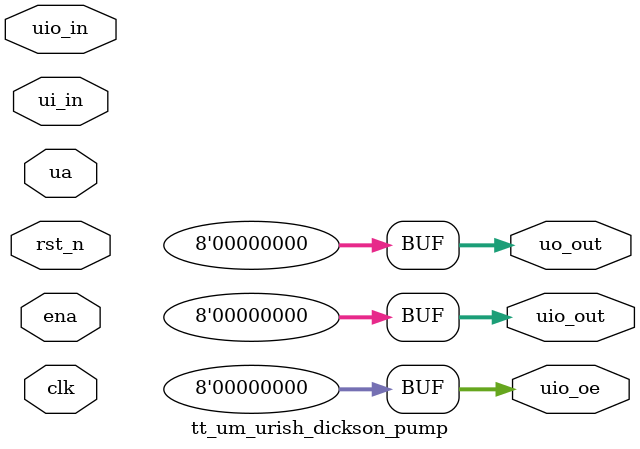
<source format=v>
/*
 * Copyright (c) 2025 Uri Shaked
 * SPDX-License-Identifier: Apache-2.0
 */

`default_nettype none

module tt_um_urish_dickson_pump (
    input  wire [7:0] ui_in,    // Dedicated inputs
    output wire [7:0] uo_out,   // Dedicated outputs
    input  wire [7:0] uio_in,   // IOs: Input path
    output wire [7:0] uio_out,  // IOs: Output path
    output wire [7:0] uio_oe,   // IOs: Enable path (active high: 0=input, 1=output)
    inout  wire [3:0] ua,       // Analog pins
    input  wire       ena,      // always 1 when the design is powered
    input  wire       clk,      // clock
    input  wire       rst_n     // reset_n - low to reset
);

    assign uo_out = 8'b00000000;
    assign uio_oe = 8'b00000000;
    assign uio_out = 8'b00000000;

endmodule

</source>
